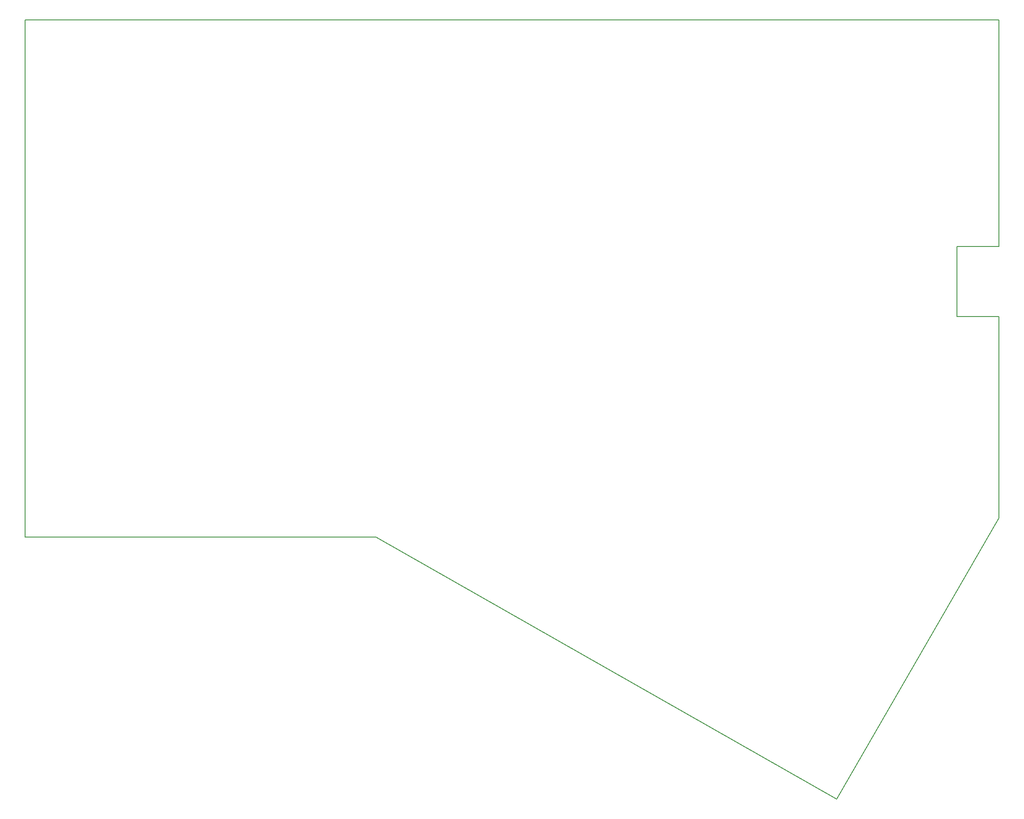
<source format=gbr>
G04 #@! TF.GenerationSoftware,KiCad,Pcbnew,(5.99.0-1941-g4629b701e)*
G04 #@! TF.CreationDate,2020-06-12T19:14:52+08:00*
G04 #@! TF.ProjectId,Keyboar-layout,4b657962-6f61-4722-9d6c-61796f75742e,rev?*
G04 #@! TF.SameCoordinates,Original*
G04 #@! TF.FileFunction,Profile,NP*
%FSLAX46Y46*%
G04 Gerber Fmt 4.6, Leading zero omitted, Abs format (unit mm)*
G04 Created by KiCad (PCBNEW (5.99.0-1941-g4629b701e)) date 2020-06-12 19:14:52*
%MOMM*%
%LPD*%
G01*
G04 APERTURE LIST*
G04 #@! TA.AperFunction,Profile*
%ADD10C,0.200000*%
G04 #@! TD*
G04 APERTURE END LIST*
D10*
X199390000Y-61341000D02*
X207645000Y-61341000D01*
X199390000Y-75057000D02*
X199390000Y-61341000D01*
X207645000Y-75057000D02*
X199390000Y-75057000D01*
X207645000Y-75057000D02*
X207645000Y-114500000D01*
X207645000Y-61341000D02*
X207645000Y-17000000D01*
X207645000Y-114500000D02*
X175895000Y-169545000D01*
X85725000Y-118259860D02*
X175895000Y-169545000D01*
X17000000Y-17000000D02*
X207645000Y-17000000D01*
X17000000Y-118250000D02*
G75*
G03*
X17000000Y-118250000I0J0D01*
G01*
X85725000Y-118259860D02*
X17000000Y-118250000D01*
X17000000Y-118250000D02*
X17000000Y-17000000D01*
X17000000Y-17000000D02*
G75*
G02*
X17000000Y-17000000I0J0D01*
G01*
M02*

</source>
